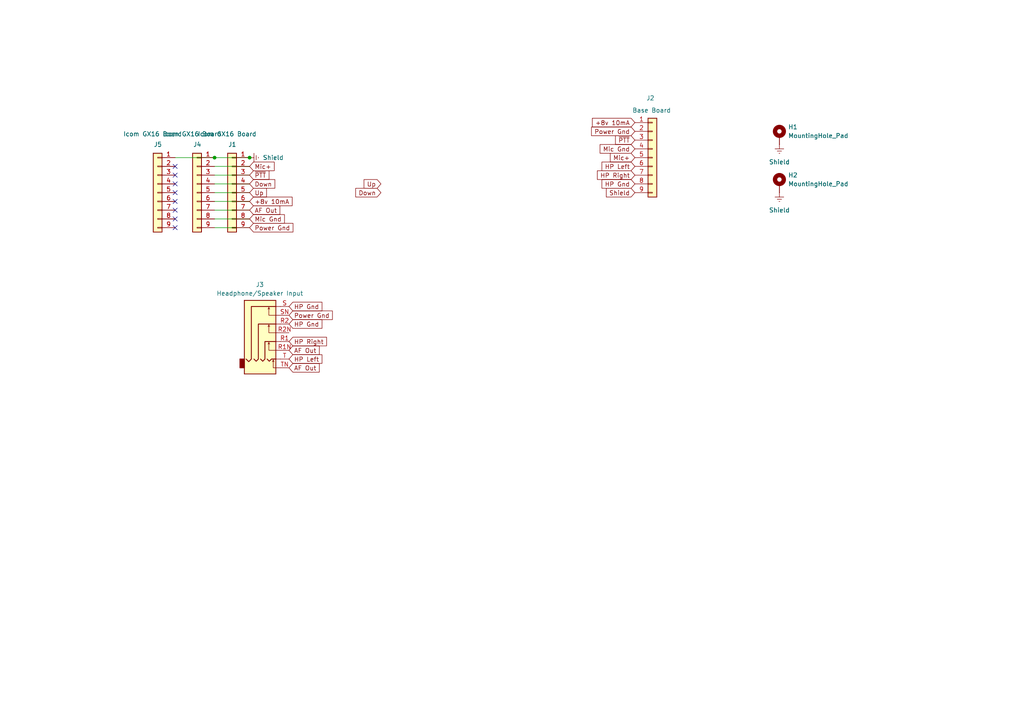
<source format=kicad_sch>
(kicad_sch (version 20231120) (generator "eeschema") (generator_version "8.0")
  (paper "A4")
  (lib_symbols
    (symbol "Connector_Generic:Conn_01x09" (pin_names (offset 1.016) hide)
      (property "Reference" "J" (at 0 12.7 0))
      (property "Value" "Conn_01x09" (at 0 -12.7 0))
      (symbol "Conn_01x09_1_1"
        (rectangle (start -1.27 -10.033) (end 0 -10.287) (stroke (width 0.1524)))
        (rectangle (start -1.27 -7.493) (end 0 -7.747) (stroke (width 0.1524)))
        (rectangle (start -1.27 -4.953) (end 0 -5.207) (stroke (width 0.1524)))
        (rectangle (start -1.27 -2.413) (end 0 -2.667) (stroke (width 0.1524)))
        (rectangle (start -1.27 0.127) (end 0 -0.127) (stroke (width 0.1524)))
        (rectangle (start -1.27 2.667) (end 0 2.413) (stroke (width 0.1524)))
        (rectangle (start -1.27 5.207) (end 0 4.953) (stroke (width 0.1524)))
        (rectangle (start -1.27 7.747) (end 0 7.493) (stroke (width 0.1524)))
        (rectangle (start -1.27 10.287) (end 0 10.033) (stroke (width 0.1524)))
        (rectangle (start -1.27 11.43) (end 1.27 -11.43) (stroke (width 0.254)) (fill (type background)))
        (pin passive line (at -5.08 10.16 0) (length 3.81) (name "Pin_1") (number "1"))
        (pin passive line (at -5.08 7.62 0) (length 3.81) (name "Pin_2") (number "2"))
        (pin passive line (at -5.08 5.08 0) (length 3.81) (name "Pin_3") (number "3"))
        (pin passive line (at -5.08 2.54 0) (length 3.81) (name "Pin_4") (number "4"))
        (pin passive line (at -5.08 0 0) (length 3.81) (name "Pin_5") (number "5"))
        (pin passive line (at -5.08 -2.54 0) (length 3.81) (name "Pin_6") (number "6"))
        (pin passive line (at -5.08 -5.08 0) (length 3.81) (name "Pin_7") (number "7"))
        (pin passive line (at -5.08 -7.62 0) (length 3.81) (name "Pin_8") (number "8"))
        (pin passive line (at -5.08 -10.16 0) (length 3.81) (name "Pin_9") (number "9"))
      )
    )
    (symbol "Mechanical:MountingHole_Pad" (pin_numbers hide) (pin_names (offset 1.016) hide) (exclude_from_sim yes) (in_bom no)
      (property "Reference" "H" (at 0 6.35 0))
      (property "Value" "MountingHole_Pad" (at 0 4.445 0))
      (symbol "MountingHole_Pad_0_1"
        (circle (center 0 1.27) (radius 1.27) (stroke (width 1.27)))
      )
      (symbol "MountingHole_Pad_1_1"
        (pin input line (at 0 -2.54 90) (length 2.54) (name "1") (number "1"))
      )
    )
    (symbol "Smitty:AudioJack4_SwitchTR1R2S"
      (property "Reference" "J" (at -3.048 14.986 0))
      (property "Value" "AudioJack4_SwitchTR1R2S" (at -2.794 13.208 0))
      (symbol "AudioJack4_SwitchTR1R2S_0_1"
        (rectangle (start -9.144 -5.08) (end -7.874 -7.62) (stroke (width 0.254)) (fill (type outline)))
        (rectangle (start -7.874 11.938) (end 1.27 -9.398) (stroke (width 0.254)) (fill (type background)))
        (polyline (pts (xy 1.27 -5.08) (xy 2.54 -5.08)))
        (polyline (pts (xy 1.27 5.08) (xy 2.54 5.08)))
        (polyline (pts (xy 2.54 0) (xy 1.27 0)))
        (polyline (pts (xy 2.54 10.16) (xy 1.27 10.16)))
      )
      (symbol "AudioJack4_SwitchTR1R2S_1_1"
        (polyline (pts (xy -0.762 -0.254) (xy -0.508 -0.762)))
        (polyline (pts (xy -0.762 4.826) (xy -0.508 4.318)))
        (polyline (pts (xy -0.762 9.906) (xy -0.508 9.398)))
        (polyline (pts (xy 0.508 -5.334) (xy 0.762 -5.842)))
        (polyline (pts (xy -1.27 -5.08) (xy -0.635 -5.715) (xy 0 -5.08) (xy 1.27 -5.08)) (stroke (width 0.254)))
        (polyline (pts (xy 2.54 -7.62) (xy 0.508 -7.62) (xy 0.508 -5.334) (xy 0.254 -5.842)))
        (polyline (pts (xy 2.54 -2.54) (xy -0.762 -2.54) (xy -0.762 -0.254) (xy -1.016 -0.762)))
        (polyline (pts (xy 2.54 2.54) (xy -0.762 2.54) (xy -0.762 4.826) (xy -1.016 4.318)))
        (polyline (pts (xy 2.54 7.62) (xy -0.762 7.62) (xy -0.762 9.906) (xy -1.016 9.398)))
        (polyline (pts (xy -3.175 -5.08) (xy -2.54 -5.715) (xy -1.905 -5.08) (xy -1.905 0) (xy 1.27 0)) (stroke (width 0.254)))
        (polyline (pts (xy 1.27 5.08) (xy -3.81 5.08) (xy -3.81 -5.08) (xy -4.445 -5.715) (xy -5.08 -5.08)) (stroke (width 0.254)))
        (polyline (pts (xy 1.27 10.16) (xy -5.842 10.16) (xy -5.842 -5.08) (xy -6.604 -5.842) (xy -7.366 -5.08)) (stroke (width 0.254)))
        (pin passive line (at 5.08 0 180) (length 2.54) (name "~") (number "R1"))
        (pin passive line (at 5.08 -2.54 180) (length 2.54) (name "~") (number "R1N"))
        (pin passive line (at 5.08 5.08 180) (length 2.54) (name "~") (number "R2"))
        (pin passive line (at 5.08 2.54 180) (length 2.54) (name "~") (number "R2N"))
        (pin passive line (at 5.08 10.16 180) (length 2.54) (name "~") (number "S"))
        (pin passive line (at 5.08 7.62 180) (length 2.54) (name "~") (number "SN"))
        (pin passive line (at 5.08 -5.08 180) (length 2.54) (name "~") (number "T"))
        (pin passive line (at 5.08 -7.62 180) (length 2.54) (name "~") (number "TN"))
      )
    )
    (symbol "power:Earth" (power) (pin_numbers hide) (pin_names (offset 0) hide)
      (property "Value" "Earth" (at 0 -3.81 0))
      (symbol "Earth_0_1"
        (polyline (pts (xy -0.635 -1.905) (xy 0.635 -1.905)))
        (polyline (pts (xy -0.127 -2.54) (xy 0.127 -2.54)))
        (polyline (pts (xy 0 -1.27) (xy 0 0)))
        (polyline (pts (xy 1.27 -1.27) (xy -1.27 -1.27)))
      )
      (symbol "Earth_1_1"
        (pin power_in line (at 0 0 270) (length 0) (name "~") (number "1"))
      )
    )
  )
  (junction (at 72.39 45.72))
  (junction (at 62.23 45.72))
  (no_connect (at 50.8 60.96))
  (no_connect (at 50.8 53.34))
  (no_connect (at 50.8 66.04))
  (no_connect (at 50.8 58.42))
  (no_connect (at 50.8 48.26))
  (no_connect (at 50.8 63.5))
  (no_connect (at 50.8 55.88))
  (no_connect (at 50.8 50.8))
  (wire (pts (xy 62.23 48.26) (xy 72.39 48.26)))
  (wire (pts (xy 62.23 55.88) (xy 72.39 55.88)))
  (wire (pts (xy 62.23 45.72) (xy 72.39 45.72)))
  (wire (pts (xy 62.23 63.5) (xy 72.39 63.5)))
  (wire (pts (xy 62.23 58.42) (xy 72.39 58.42)))
  (wire (pts (xy 62.23 66.04) (xy 72.39 66.04)))
  (wire (pts (xy 62.23 50.8) (xy 72.39 50.8)))
  (wire (pts (xy 50.8 45.72) (xy 62.23 45.72)))
  (wire (pts (xy 62.23 53.34) (xy 72.39 53.34)))
  (wire (pts (xy 62.23 60.96) (xy 72.39 60.96)))
  (global_label "Up" (shape input) (at 110.49 53.34 180) (property "Intersheetrefs" "${INTERSHEET_REFS}" (effects (hide yes))))
  (global_label "AF Out" (shape input) (at 83.82 106.68 0) (property "Intersheetrefs" "${INTERSHEET_REFS}" (effects (hide yes))))
  (global_label "HP Gnd" (shape input) (at 83.82 93.98 0) (property "Intersheetrefs" "${INTERSHEET_REFS}" (effects (hide yes))))
  (global_label "~{PTT}" (shape input) (at 72.39 50.8 0) (property "Intersheetrefs" "${INTERSHEET_REFS}" (effects (hide yes))))
  (global_label "Down" (shape input) (at 110.49 55.88 180) (property "Intersheetrefs" "${INTERSHEET_REFS}" (effects (hide yes))))
  (global_label "HP Right" (shape input) (at 83.82 99.06 0) (property "Intersheetrefs" "${INTERSHEET_REFS}" (effects (hide yes))))
  (global_label "Mic+" (shape input) (at 184.15 45.72 180) (property "Intersheetrefs" "${INTERSHEET_REFS}" (effects (hide yes))))
  (global_label "HP Gnd" (shape input) (at 83.82 88.9 0) (property "Intersheetrefs" "${INTERSHEET_REFS}" (effects (hide yes))))
  (global_label "Power Gnd" (shape input) (at 184.15 38.1 180) (property "Intersheetrefs" "${INTERSHEET_REFS}" (effects (hide yes))))
  (global_label "HP Gnd" (shape input) (at 184.15 53.34 180) (property "Intersheetrefs" "${INTERSHEET_REFS}" (effects (hide yes))))
  (global_label "Mic Gnd" (shape input) (at 184.15 43.18 180) (property "Intersheetrefs" "${INTERSHEET_REFS}" (effects (hide yes))))
  (global_label "Shield" (shape input) (at 184.15 55.88 180) (property "Intersheetrefs" "${INTERSHEET_REFS}" (effects (hide yes))))
  (global_label "AF Out" (shape input) (at 72.39 60.96 0) (property "Intersheetrefs" "${INTERSHEET_REFS}" (effects (hide yes))))
  (global_label "+8v 10mA" (shape input) (at 184.15 35.56 180) (property "Intersheetrefs" "${INTERSHEET_REFS}" (effects (hide yes))))
  (global_label "Mic+" (shape input) (at 72.39 48.26 0) (property "Intersheetrefs" "${INTERSHEET_REFS}" (effects (hide yes))))
  (global_label "HP Right" (shape input) (at 184.15 50.8 180) (property "Intersheetrefs" "${INTERSHEET_REFS}" (effects (hide yes))))
  (global_label "~{PTT}" (shape input) (at 184.15 40.64 180) (property "Intersheetrefs" "${INTERSHEET_REFS}" (effects (hide yes))))
  (global_label "Up" (shape input) (at 72.39 55.88 0) (property "Intersheetrefs" "${INTERSHEET_REFS}" (effects (hide yes))))
  (global_label "HP Left" (shape input) (at 184.15 48.26 180) (property "Intersheetrefs" "${INTERSHEET_REFS}" (effects (hide yes))))
  (global_label "Power Gnd" (shape input) (at 72.39 66.04 0) (property "Intersheetrefs" "${INTERSHEET_REFS}" (effects (hide yes))))
  (global_label "Down" (shape input) (at 72.39 53.34 0) (property "Intersheetrefs" "${INTERSHEET_REFS}" (effects (hide yes))))
  (global_label "Mic Gnd" (shape input) (at 72.39 63.5 0) (property "Intersheetrefs" "${INTERSHEET_REFS}" (effects (hide yes))))
  (global_label "AF Out" (shape input) (at 83.82 101.6 0) (property "Intersheetrefs" "${INTERSHEET_REFS}" (effects (hide yes))))
  (global_label "Power Gnd" (shape input) (at 83.82 91.44 0) (property "Intersheetrefs" "${INTERSHEET_REFS}" (effects (hide yes))))
  (global_label "+8v 10mA" (shape input) (at 72.39 58.42 0) (property "Intersheetrefs" "${INTERSHEET_REFS}" (effects (hide yes))))
  (global_label "HP Left" (shape input) (at 83.82 104.14 0) (property "Intersheetrefs" "${INTERSHEET_REFS}" (effects (hide yes))))
  (symbol (lib_id "Smitty:AudioJack4_SwitchTR1R2S") (at 78.74 99.06 0) (unit 1)
    (property "Reference" "J3" (at 75.3745 82.55 0))
    (property "Value" "Headphone/Speaker Input" (at 75.3745 85.09 0))
    (property "Footprint" "Libraries:Conn_3.5mm-PJ-393_SMT-C668609_TH-C145811" (effects (hide yes)))
    (property "Description" "Audio Jack, 4 Poles (Stereo / TRRS), Switched TR1R2S Poles (Normalling)" (effects (hide yes)))
  )
  (symbol (lib_id "Connector_Generic:Conn_01x09") (at 57.15 55.88 0) (mirror y) (unit 1)
    (property "Reference" "J4" (at 58.42 41.91 0) (effects (justify left)))
    (property "Value" "Icom GX16 Board" (at 64.262 38.862 0) (effects (justify left)))
    (property "Footprint" "Libraries:Conn_B2B-RA_2.54mm_9pin_LtoR" (effects (hide yes)))
    (property "Description" "Generic connector, single row, 01x09, script generated (kicad-library-utils/schlib/autogen/connector/)" (effects (hide yes)))
  )
  (symbol (lib_id "power:Earth") (at 226.06 41.91 0) (unit 1)
    (property "Reference" "#PWR01" (effects (hide yes)))
    (property "Value" "Shield" (at 226.06 46.99 0))
    (property "Description" "Power symbol creates a global label with name \"Earth\"" (effects (hide yes)))
  )
  (symbol (lib_id "power:Earth") (at 72.39 45.72 90) (unit 1)
    (property "Reference" "#PWR03" (effects (hide yes)))
    (property "Value" "Shield" (at 76.2 45.7199 90) (effects (justify right)))
    (property "Description" "Power symbol creates a global label with name \"Earth\"" (effects (hide yes)))
  )
  (symbol (lib_id "Mechanical:MountingHole_Pad") (at 226.06 53.34 0) (unit 1) (exclude_from_sim yes) (in_bom no)
    (property "Reference" "H2" (at 228.6 50.7999 0) (effects (justify left)))
    (property "Value" "MountingHole_Pad" (at 228.6 53.3399 0) (effects (justify left)))
    (property "Footprint" "MountingHole:MountingHole_3.2mm_M3_Pad" (effects (hide yes)))
    (property "Description" "Mounting Hole with connection" (effects (hide yes)))
  )
  (symbol (lib_id "Connector_Generic:Conn_01x09") (at 45.72 55.88 0) (mirror y) (unit 1)
    (property "Reference" "J5" (at 46.99 41.91 0) (effects (justify left)))
    (property "Value" "Icom GX16 Board" (at 52.832 38.862 0) (effects (justify left)))
    (property "Footprint" "Libraries:Conn_B2B-RA_2.54mm_9pin_LtoR" (effects (hide yes)))
    (property "Description" "Generic connector, single row, 01x09, script generated (kicad-library-utils/schlib/autogen/connector/)" (effects (hide yes)))
  )
  (symbol (lib_id "Connector_Generic:Conn_01x09") (at 189.23 45.72 0) (unit 1)
    (property "Reference" "J2" (at 187.452 28.448 0) (effects (justify left)))
    (property "Value" "Base Board" (at 183.388 32.004 0) (effects (justify left)))
    (property "Footprint" "Libraries:Conn_B2B-RA_2.54mm_Castelated_9pin_RtoL" (effects (hide yes)))
    (property "Description" "Generic connector, single row, 01x09, script generated (kicad-library-utils/schlib/autogen/connector/)" (effects (hide yes)))
  )
  (symbol (lib_id "power:Earth") (at 226.06 55.88 0) (unit 1)
    (property "Reference" "#PWR02" (effects (hide yes)))
    (property "Value" "Shield" (at 226.06 60.96 0))
    (property "Description" "Power symbol creates a global label with name \"Earth\"" (effects (hide yes)))
  )
  (symbol (lib_id "Connector_Generic:Conn_01x09") (at 67.31 55.88 0) (mirror y) (unit 1)
    (property "Reference" "J1" (at 68.58 41.91 0) (effects (justify left)))
    (property "Value" "Icom GX16 Board" (at 74.422 38.862 0) (effects (justify left)))
    (property "Footprint" "Libraries:Conn_B2B-RA_2.54mm_9pin_RtoL" (effects (hide yes)))
    (property "Description" "Generic connector, single row, 01x09, script generated (kicad-library-utils/schlib/autogen/connector/)" (effects (hide yes)))
  )
  (symbol (lib_id "Mechanical:MountingHole_Pad") (at 226.06 39.37 0) (unit 1) (exclude_from_sim yes) (in_bom no)
    (property "Reference" "H1" (at 228.6 36.8299 0) (effects (justify left)))
    (property "Value" "MountingHole_Pad" (at 228.6 39.3699 0) (effects (justify left)))
    (property "Footprint" "MountingHole:MountingHole_3.2mm_M3_Pad" (effects (hide yes)))
    (property "Description" "Mounting Hole with connection" (effects (hide yes)))
  )
)
</source>
